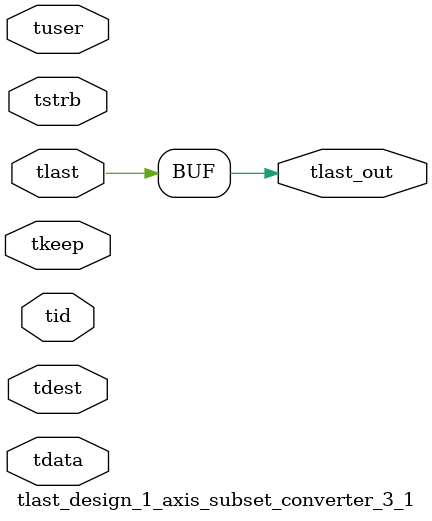
<source format=v>


`timescale 1ps/1ps

module tlast_design_1_axis_subset_converter_3_1 #
(
parameter C_S_AXIS_TID_WIDTH   = 1,
parameter C_S_AXIS_TUSER_WIDTH = 0,
parameter C_S_AXIS_TDATA_WIDTH = 0,
parameter C_S_AXIS_TDEST_WIDTH = 0
)
(
input  [(C_S_AXIS_TID_WIDTH   == 0 ? 1 : C_S_AXIS_TID_WIDTH)-1:0       ] tid,
input  [(C_S_AXIS_TDATA_WIDTH == 0 ? 1 : C_S_AXIS_TDATA_WIDTH)-1:0     ] tdata,
input  [(C_S_AXIS_TUSER_WIDTH == 0 ? 1 : C_S_AXIS_TUSER_WIDTH)-1:0     ] tuser,
input  [(C_S_AXIS_TDEST_WIDTH == 0 ? 1 : C_S_AXIS_TDEST_WIDTH)-1:0     ] tdest,
input  [(C_S_AXIS_TDATA_WIDTH/8)-1:0 ] tkeep,
input  [(C_S_AXIS_TDATA_WIDTH/8)-1:0 ] tstrb,
input  [0:0]                                                             tlast,
output                                                                   tlast_out
);

assign tlast_out = {tlast};

endmodule


</source>
